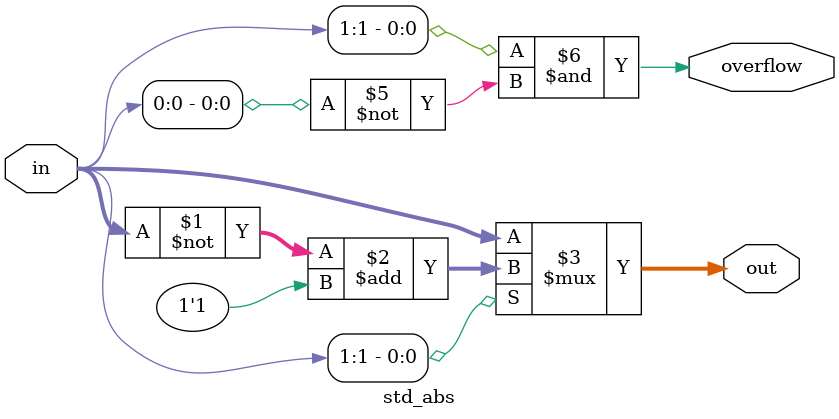
<source format=sv>

module std_abs #(parameter DW = 2) // data width
(
	input [DW-1:0]  in, //input operand
	output [DW-1:0] out, //out = abs(in) (signed two's complement)
	output 	    overflow  //high for max negative #
);

assign out[DW-1:0] = in[DW-1] ? ~in[DW-1:0] + 1'b1 : in[DW-1:0];
assign overflow = in[DW-1] & ~(|in[DW-2:0]);

endmodule // std_abs


</source>
